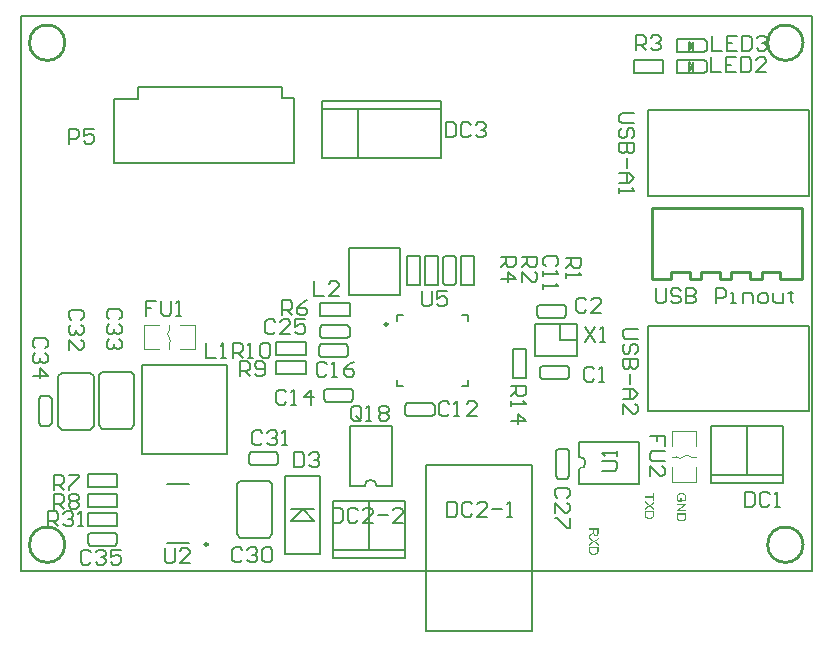
<source format=gto>
%FSLAX25Y25*%
%MOIN*%
G70*
G01*
G75*
%ADD10R,0.02756X0.03347*%
%ADD11R,0.04724X0.04331*%
%ADD12R,0.07874X0.07874*%
%ADD13O,0.08661X0.02362*%
%ADD14R,0.08071X0.09055*%
%ADD15O,0.05500X0.02500*%
%ADD16R,0.05500X0.02500*%
%ADD17R,0.04724X0.14567*%
%ADD18R,0.07559X0.25590*%
%ADD19R,0.06000X0.05000*%
%ADD20R,0.10630X0.03937*%
%ADD21O,0.00787X0.02559*%
%ADD22O,0.02559X0.00787*%
%ADD23R,0.15748X0.15748*%
%ADD24R,0.03347X0.02756*%
%ADD25O,0.02500X0.05500*%
%ADD26R,0.02500X0.05500*%
%ADD27R,0.05000X0.06000*%
%ADD28C,0.03000*%
%ADD29C,0.05000*%
%ADD30C,0.00600*%
%ADD31C,0.00800*%
%ADD32C,0.02000*%
%ADD33C,0.01000*%
%ADD34C,0.01500*%
%ADD35C,0.04000*%
%ADD36R,0.07284X0.19685*%
%ADD37R,0.06800X0.04000*%
%ADD38C,0.00500*%
%ADD39O,0.04724X0.06299*%
%ADD40R,0.04724X0.06299*%
%ADD41C,0.08661*%
%ADD42C,0.03150*%
%ADD43O,0.05906X0.09843*%
%ADD44R,0.05906X0.09843*%
%ADD45C,0.04724*%
%ADD46O,0.09252X0.07087*%
%ADD47O,0.05315X0.12205*%
%ADD48R,0.13386X0.04724*%
%ADD49R,0.04724X0.13386*%
%ADD50C,0.03000*%
%ADD51C,0.04000*%
%ADD52C,0.02000*%
%ADD53C,0.02598*%
%ADD54R,0.02362X0.02362*%
%ADD55R,0.15000X0.11400*%
%ADD56C,0.00984*%
%ADD57C,0.00394*%
%ADD58C,0.00591*%
%ADD59C,0.00787*%
G36*
X221903Y-166815D02*
Y-166818D01*
Y-166832D01*
Y-166850D01*
Y-166877D01*
Y-166909D01*
X221899Y-166944D01*
Y-166985D01*
X221896Y-167027D01*
X221892Y-167120D01*
X221882Y-167214D01*
X221872Y-167308D01*
X221861Y-167350D01*
X221854Y-167388D01*
Y-167391D01*
X221851Y-167402D01*
X221847Y-167415D01*
X221840Y-167433D01*
X221833Y-167457D01*
X221827Y-167485D01*
X221802Y-167551D01*
X221771Y-167624D01*
X221733Y-167700D01*
X221684Y-167780D01*
X221625Y-167856D01*
X221622Y-167859D01*
X221615Y-167867D01*
X221604Y-167880D01*
X221587Y-167898D01*
X221566Y-167919D01*
X221538Y-167943D01*
X221511Y-167971D01*
X221476Y-167998D01*
X221438Y-168030D01*
X221396Y-168061D01*
X221351Y-168092D01*
X221303Y-168123D01*
X221195Y-168182D01*
X221077Y-168234D01*
X221074D01*
X221063Y-168241D01*
X221042Y-168245D01*
X221018Y-168255D01*
X220987Y-168265D01*
X220949Y-168276D01*
X220907Y-168286D01*
X220858Y-168300D01*
X220803Y-168311D01*
X220744Y-168321D01*
X220681Y-168332D01*
X220615Y-168342D01*
X220546Y-168352D01*
X220473Y-168356D01*
X220317Y-168363D01*
X220255D01*
X220223Y-168359D01*
X220185D01*
X220144Y-168356D01*
X220098Y-168352D01*
X219998Y-168342D01*
X219890Y-168324D01*
X219779Y-168304D01*
X219668Y-168276D01*
X219665D01*
X219654Y-168272D01*
X219640Y-168265D01*
X219623Y-168262D01*
X219599Y-168252D01*
X219571Y-168241D01*
X219505Y-168217D01*
X219432Y-168186D01*
X219352Y-168148D01*
X219276Y-168106D01*
X219203Y-168057D01*
X219200D01*
X219196Y-168050D01*
X219186Y-168043D01*
X219172Y-168033D01*
X219141Y-168009D01*
X219099Y-167971D01*
X219051Y-167929D01*
X219002Y-167880D01*
X218957Y-167825D01*
X218912Y-167766D01*
Y-167762D01*
X218908Y-167759D01*
X218894Y-167738D01*
X218877Y-167703D01*
X218853Y-167658D01*
X218828Y-167603D01*
X218801Y-167537D01*
X218776Y-167461D01*
X218752Y-167381D01*
Y-167377D01*
X218749Y-167370D01*
Y-167360D01*
X218745Y-167342D01*
X218742Y-167322D01*
X218735Y-167294D01*
X218731Y-167266D01*
X218728Y-167235D01*
X218717Y-167159D01*
X218707Y-167072D01*
X218704Y-166975D01*
X218700Y-166871D01*
Y-165715D01*
X221903D01*
Y-166815D01*
D02*
G37*
G36*
Y-162915D02*
X219387Y-164598D01*
X221903D01*
Y-165004D01*
X218700D01*
Y-164567D01*
X221212Y-162887D01*
X218700D01*
Y-162481D01*
X221903D01*
Y-162915D01*
D02*
G37*
G36*
X192656Y-172173D02*
Y-172177D01*
Y-172191D01*
Y-172215D01*
Y-172243D01*
X192652Y-172281D01*
Y-172319D01*
X192649Y-172364D01*
X192645Y-172416D01*
X192635Y-172520D01*
X192618Y-172628D01*
X192597Y-172732D01*
X192583Y-172777D01*
X192569Y-172822D01*
Y-172826D01*
X192566Y-172833D01*
X192559Y-172843D01*
X192552Y-172860D01*
X192531Y-172902D01*
X192500Y-172951D01*
X192458Y-173010D01*
X192402Y-173069D01*
X192340Y-173128D01*
X192264Y-173180D01*
X192260D01*
X192253Y-173187D01*
X192243Y-173194D01*
X192226Y-173201D01*
X192205Y-173211D01*
X192180Y-173221D01*
X192153Y-173235D01*
X192121Y-173249D01*
X192049Y-173273D01*
X191969Y-173294D01*
X191878Y-173308D01*
X191781Y-173315D01*
X191747D01*
X191726Y-173311D01*
X191695Y-173308D01*
X191660Y-173305D01*
X191622Y-173298D01*
X191580Y-173287D01*
X191490Y-173259D01*
X191441Y-173242D01*
X191393Y-173221D01*
X191344Y-173197D01*
X191296Y-173166D01*
X191250Y-173131D01*
X191205Y-173093D01*
X191202Y-173090D01*
X191195Y-173082D01*
X191184Y-173069D01*
X191167Y-173051D01*
X191150Y-173027D01*
X191129Y-172999D01*
X191105Y-172965D01*
X191080Y-172923D01*
X191056Y-172878D01*
X191032Y-172829D01*
X191007Y-172774D01*
X190983Y-172711D01*
X190962Y-172645D01*
X190942Y-172572D01*
X190924Y-172493D01*
X190910Y-172409D01*
Y-172413D01*
X190907Y-172416D01*
X190896Y-172437D01*
X190879Y-172468D01*
X190858Y-172506D01*
X190834Y-172548D01*
X190810Y-172590D01*
X190779Y-172631D01*
X190751Y-172666D01*
X190747Y-172670D01*
X190744Y-172673D01*
X190733Y-172684D01*
X190719Y-172697D01*
X190702Y-172715D01*
X190681Y-172736D01*
X190633Y-172781D01*
X190570Y-172833D01*
X190497Y-172892D01*
X190414Y-172954D01*
X190324Y-173017D01*
X189453Y-173572D01*
Y-173041D01*
X190119Y-172617D01*
X190123Y-172614D01*
X190133Y-172611D01*
X190147Y-172600D01*
X190168Y-172586D01*
X190192Y-172572D01*
X190220Y-172552D01*
X190282Y-172510D01*
X190355Y-172461D01*
X190428Y-172413D01*
X190497Y-172361D01*
X190560Y-172312D01*
X190563D01*
X190567Y-172305D01*
X190584Y-172291D01*
X190612Y-172271D01*
X190643Y-172239D01*
X190678Y-172208D01*
X190713Y-172170D01*
X190747Y-172132D01*
X190771Y-172097D01*
X190775Y-172094D01*
X190782Y-172080D01*
X190792Y-172062D01*
X190806Y-172038D01*
X190820Y-172007D01*
X190834Y-171976D01*
X190848Y-171941D01*
X190858Y-171903D01*
Y-171899D01*
X190862Y-171889D01*
X190865Y-171871D01*
X190869Y-171847D01*
Y-171812D01*
X190872Y-171771D01*
X190876Y-171722D01*
Y-171667D01*
Y-171177D01*
X189453D01*
Y-170754D01*
X192656D01*
Y-172173D01*
D02*
G37*
G36*
X191112Y-174890D02*
X192656Y-173797D01*
Y-174301D01*
X191833Y-174887D01*
X191830Y-174890D01*
X191823Y-174894D01*
X191809Y-174904D01*
X191792Y-174918D01*
X191771Y-174932D01*
X191747Y-174949D01*
X191691Y-174987D01*
X191625Y-175029D01*
X191563Y-175071D01*
X191497Y-175112D01*
X191441Y-175144D01*
X191445D01*
X191448Y-175147D01*
X191459Y-175154D01*
X191472Y-175164D01*
X191504Y-175185D01*
X191549Y-175217D01*
X191604Y-175255D01*
X191667Y-175296D01*
X191733Y-175348D01*
X191802Y-175400D01*
X192656Y-176039D01*
Y-176500D01*
X191132Y-175387D01*
X189453Y-176587D01*
Y-176070D01*
X190595Y-175258D01*
X190598Y-175255D01*
X190612Y-175248D01*
X190629Y-175234D01*
X190657Y-175217D01*
X190685Y-175196D01*
X190716Y-175175D01*
X190789Y-175126D01*
X190785D01*
X190782Y-175123D01*
X190761Y-175109D01*
X190733Y-175092D01*
X190699Y-175067D01*
X190626Y-175015D01*
X190591Y-174995D01*
X190563Y-174974D01*
X189453Y-174162D01*
Y-173652D01*
X191112Y-174890D01*
D02*
G37*
G36*
X220366Y-158904D02*
X220407Y-158907D01*
X220456Y-158910D01*
X220511Y-158917D01*
X220570Y-158924D01*
X220636Y-158935D01*
X220706Y-158949D01*
X220851Y-158983D01*
X220928Y-159004D01*
X221004Y-159032D01*
X221080Y-159060D01*
X221157Y-159094D01*
X221160Y-159098D01*
X221174Y-159105D01*
X221195Y-159115D01*
X221223Y-159129D01*
X221257Y-159150D01*
X221296Y-159174D01*
X221337Y-159205D01*
X221386Y-159237D01*
X221434Y-159275D01*
X221483Y-159316D01*
X221532Y-159362D01*
X221584Y-159414D01*
X221632Y-159466D01*
X221677Y-159525D01*
X221722Y-159587D01*
X221761Y-159653D01*
X221764Y-159657D01*
X221767Y-159670D01*
X221778Y-159691D01*
X221792Y-159719D01*
X221806Y-159754D01*
X221823Y-159795D01*
X221840Y-159844D01*
X221861Y-159896D01*
X221879Y-159955D01*
X221896Y-160021D01*
X221913Y-160090D01*
X221927Y-160167D01*
X221941Y-160243D01*
X221951Y-160326D01*
X221955Y-160413D01*
X221958Y-160500D01*
Y-160503D01*
Y-160514D01*
Y-160534D01*
Y-160559D01*
X221955Y-160590D01*
X221951Y-160625D01*
X221948Y-160663D01*
X221944Y-160708D01*
X221931Y-160805D01*
X221910Y-160913D01*
X221882Y-161020D01*
X221844Y-161128D01*
Y-161131D01*
X221840Y-161142D01*
X221833Y-161155D01*
X221823Y-161173D01*
X221813Y-161197D01*
X221799Y-161225D01*
X221764Y-161287D01*
X221719Y-161360D01*
X221667Y-161433D01*
X221604Y-161503D01*
X221532Y-161568D01*
X221528Y-161572D01*
X221521Y-161575D01*
X221511Y-161582D01*
X221497Y-161596D01*
X221476Y-161607D01*
X221452Y-161624D01*
X221424Y-161641D01*
X221389Y-161659D01*
X221355Y-161679D01*
X221316Y-161697D01*
X221271Y-161718D01*
X221226Y-161739D01*
X221122Y-161777D01*
X221007Y-161811D01*
X220903Y-161426D01*
X220907D01*
X220914Y-161423D01*
X220928Y-161419D01*
X220945Y-161412D01*
X220962Y-161405D01*
X220987Y-161398D01*
X221042Y-161378D01*
X221105Y-161350D01*
X221167Y-161319D01*
X221230Y-161284D01*
X221285Y-161246D01*
X221292Y-161242D01*
X221309Y-161225D01*
X221334Y-161201D01*
X221368Y-161169D01*
X221403Y-161124D01*
X221441Y-161072D01*
X221476Y-161010D01*
X221511Y-160940D01*
Y-160937D01*
X221514Y-160930D01*
X221518Y-160919D01*
X221525Y-160906D01*
X221532Y-160888D01*
X221538Y-160864D01*
X221556Y-160812D01*
X221570Y-160746D01*
X221584Y-160673D01*
X221594Y-160590D01*
X221597Y-160503D01*
Y-160500D01*
Y-160489D01*
Y-160475D01*
Y-160455D01*
X221594Y-160430D01*
Y-160399D01*
X221590Y-160368D01*
X221587Y-160330D01*
X221577Y-160253D01*
X221559Y-160167D01*
X221538Y-160083D01*
X221507Y-160000D01*
Y-159996D01*
X221504Y-159990D01*
X221497Y-159979D01*
X221490Y-159965D01*
X221473Y-159927D01*
X221445Y-159879D01*
X221410Y-159823D01*
X221368Y-159767D01*
X221323Y-159708D01*
X221271Y-159657D01*
X221264Y-159650D01*
X221247Y-159636D01*
X221216Y-159611D01*
X221178Y-159584D01*
X221132Y-159552D01*
X221077Y-159518D01*
X221018Y-159486D01*
X220955Y-159459D01*
X220952D01*
X220942Y-159455D01*
X220928Y-159448D01*
X220903Y-159441D01*
X220876Y-159431D01*
X220845Y-159421D01*
X220806Y-159410D01*
X220765Y-159400D01*
X220720Y-159386D01*
X220668Y-159375D01*
X220560Y-159358D01*
X220439Y-159344D01*
X220310Y-159337D01*
X220268D01*
X220241Y-159341D01*
X220202D01*
X220161Y-159344D01*
X220112Y-159351D01*
X220060Y-159355D01*
X219946Y-159372D01*
X219828Y-159400D01*
X219706Y-159434D01*
X219592Y-159483D01*
X219588Y-159486D01*
X219578Y-159490D01*
X219564Y-159497D01*
X219543Y-159511D01*
X219522Y-159525D01*
X219495Y-159545D01*
X219432Y-159590D01*
X219363Y-159653D01*
X219290Y-159726D01*
X219224Y-159809D01*
X219193Y-159858D01*
X219165Y-159910D01*
Y-159913D01*
X219158Y-159924D01*
X219151Y-159938D01*
X219144Y-159958D01*
X219134Y-159986D01*
X219120Y-160017D01*
X219110Y-160052D01*
X219096Y-160090D01*
X219082Y-160132D01*
X219071Y-160180D01*
X219047Y-160281D01*
X219033Y-160392D01*
X219026Y-160510D01*
Y-160514D01*
Y-160524D01*
Y-160538D01*
X219030Y-160559D01*
Y-160583D01*
X219033Y-160611D01*
X219037Y-160642D01*
X219040Y-160680D01*
X219051Y-160760D01*
X219071Y-160850D01*
X219096Y-160947D01*
X219130Y-161045D01*
Y-161048D01*
X219134Y-161055D01*
X219141Y-161069D01*
X219148Y-161090D01*
X219158Y-161110D01*
X219172Y-161135D01*
X219200Y-161194D01*
X219234Y-161260D01*
X219273Y-161326D01*
X219311Y-161388D01*
X219356Y-161443D01*
X219956D01*
Y-160503D01*
X220334D01*
Y-161860D01*
X219144D01*
X219141Y-161856D01*
X219134Y-161846D01*
X219120Y-161829D01*
X219103Y-161804D01*
X219082Y-161777D01*
X219061Y-161742D01*
X219033Y-161704D01*
X219005Y-161662D01*
X218978Y-161617D01*
X218946Y-161565D01*
X218884Y-161457D01*
X218825Y-161339D01*
X218773Y-161214D01*
Y-161211D01*
X218766Y-161201D01*
X218762Y-161183D01*
X218752Y-161155D01*
X218745Y-161128D01*
X218735Y-161090D01*
X218721Y-161051D01*
X218710Y-161006D01*
X218700Y-160954D01*
X218686Y-160902D01*
X218669Y-160788D01*
X218655Y-160663D01*
X218648Y-160534D01*
Y-160527D01*
Y-160514D01*
Y-160489D01*
X218651Y-160455D01*
X218655Y-160413D01*
X218658Y-160364D01*
X218665Y-160309D01*
X218672Y-160250D01*
X218683Y-160187D01*
X218696Y-160118D01*
X218714Y-160049D01*
X218735Y-159972D01*
X218756Y-159899D01*
X218783Y-159827D01*
X218814Y-159750D01*
X218849Y-159677D01*
X218853Y-159674D01*
X218860Y-159660D01*
X218870Y-159639D01*
X218887Y-159615D01*
X218908Y-159584D01*
X218933Y-159545D01*
X218964Y-159504D01*
X218998Y-159459D01*
X219037Y-159414D01*
X219082Y-159365D01*
X219127Y-159316D01*
X219179Y-159268D01*
X219238Y-159223D01*
X219297Y-159178D01*
X219363Y-159133D01*
X219432Y-159094D01*
X219436Y-159091D01*
X219449Y-159087D01*
X219470Y-159077D01*
X219498Y-159063D01*
X219536Y-159049D01*
X219578Y-159032D01*
X219626Y-159014D01*
X219682Y-158997D01*
X219741Y-158980D01*
X219807Y-158963D01*
X219880Y-158945D01*
X219953Y-158931D01*
X220033Y-158917D01*
X220112Y-158907D01*
X220199Y-158904D01*
X220286Y-158900D01*
X220331D01*
X220366Y-158904D01*
D02*
G37*
G36*
X209659Y-162883D02*
X211203Y-161790D01*
Y-162293D01*
X210380Y-162880D01*
X210377Y-162883D01*
X210370Y-162886D01*
X210356Y-162897D01*
X210339Y-162911D01*
X210318Y-162925D01*
X210294Y-162942D01*
X210238Y-162980D01*
X210172Y-163022D01*
X210110Y-163063D01*
X210044Y-163105D01*
X209988Y-163136D01*
X209992D01*
X209995Y-163140D01*
X210006Y-163147D01*
X210019Y-163157D01*
X210051Y-163178D01*
X210096Y-163209D01*
X210151Y-163247D01*
X210214Y-163289D01*
X210280Y-163341D01*
X210349Y-163393D01*
X211203Y-164032D01*
Y-164493D01*
X209680Y-163379D01*
X208000Y-164580D01*
Y-164063D01*
X209142Y-163251D01*
X209145Y-163247D01*
X209159Y-163240D01*
X209176Y-163226D01*
X209204Y-163209D01*
X209232Y-163188D01*
X209263Y-163168D01*
X209336Y-163119D01*
X209332D01*
X209329Y-163115D01*
X209308Y-163101D01*
X209280Y-163084D01*
X209246Y-163060D01*
X209173Y-163008D01*
X209138Y-162987D01*
X209110Y-162966D01*
X208000Y-162154D01*
Y-161644D01*
X209659Y-162883D01*
D02*
G37*
G36*
X211203Y-161533D02*
X210825D01*
Y-160478D01*
X208000D01*
Y-160055D01*
X210825D01*
Y-159000D01*
X211203D01*
Y-161533D01*
D02*
G37*
G36*
X192656Y-178062D02*
Y-178065D01*
Y-178079D01*
Y-178097D01*
Y-178124D01*
Y-178156D01*
X192652Y-178190D01*
Y-178232D01*
X192649Y-178274D01*
X192645Y-178367D01*
X192635Y-178461D01*
X192624Y-178555D01*
X192614Y-178596D01*
X192607Y-178635D01*
Y-178638D01*
X192604Y-178648D01*
X192600Y-178662D01*
X192593Y-178680D01*
X192586Y-178704D01*
X192579Y-178732D01*
X192555Y-178798D01*
X192524Y-178870D01*
X192486Y-178947D01*
X192437Y-179027D01*
X192378Y-179103D01*
X192375Y-179106D01*
X192368Y-179113D01*
X192357Y-179127D01*
X192340Y-179145D01*
X192319Y-179165D01*
X192291Y-179190D01*
X192264Y-179218D01*
X192229Y-179245D01*
X192191Y-179277D01*
X192149Y-179308D01*
X192104Y-179339D01*
X192055Y-179370D01*
X191948Y-179429D01*
X191830Y-179481D01*
X191826D01*
X191816Y-179488D01*
X191795Y-179492D01*
X191771Y-179502D01*
X191740Y-179512D01*
X191701Y-179523D01*
X191660Y-179533D01*
X191611Y-179547D01*
X191556Y-179558D01*
X191497Y-179568D01*
X191434Y-179578D01*
X191368Y-179589D01*
X191299Y-179599D01*
X191226Y-179603D01*
X191070Y-179610D01*
X191007D01*
X190976Y-179606D01*
X190938D01*
X190896Y-179603D01*
X190851Y-179599D01*
X190751Y-179589D01*
X190643Y-179571D01*
X190532Y-179551D01*
X190421Y-179523D01*
X190418D01*
X190407Y-179519D01*
X190393Y-179512D01*
X190376Y-179509D01*
X190352Y-179499D01*
X190324Y-179488D01*
X190258Y-179464D01*
X190185Y-179433D01*
X190105Y-179394D01*
X190029Y-179353D01*
X189956Y-179304D01*
X189953D01*
X189949Y-179297D01*
X189939Y-179290D01*
X189925Y-179280D01*
X189894Y-179256D01*
X189852Y-179218D01*
X189803Y-179176D01*
X189755Y-179127D01*
X189710Y-179072D01*
X189665Y-179013D01*
Y-179009D01*
X189661Y-179006D01*
X189647Y-178985D01*
X189630Y-178950D01*
X189606Y-178905D01*
X189581Y-178850D01*
X189554Y-178784D01*
X189529Y-178707D01*
X189505Y-178628D01*
Y-178624D01*
X189502Y-178617D01*
Y-178607D01*
X189498Y-178589D01*
X189495Y-178569D01*
X189488Y-178541D01*
X189484Y-178513D01*
X189481Y-178482D01*
X189470Y-178405D01*
X189460Y-178319D01*
X189456Y-178222D01*
X189453Y-178118D01*
Y-176962D01*
X192656D01*
Y-178062D01*
D02*
G37*
G36*
X211203Y-166054D02*
Y-166058D01*
Y-166072D01*
Y-166089D01*
Y-166117D01*
Y-166148D01*
X211199Y-166183D01*
Y-166225D01*
X211196Y-166266D01*
X211192Y-166360D01*
X211182Y-166454D01*
X211172Y-166547D01*
X211161Y-166589D01*
X211154Y-166627D01*
Y-166630D01*
X211151Y-166641D01*
X211147Y-166655D01*
X211140Y-166672D01*
X211133Y-166697D01*
X211126Y-166724D01*
X211102Y-166790D01*
X211071Y-166863D01*
X211033Y-166939D01*
X210984Y-167019D01*
X210925Y-167095D01*
X210922Y-167099D01*
X210915Y-167106D01*
X210904Y-167120D01*
X210887Y-167137D01*
X210866Y-167158D01*
X210839Y-167182D01*
X210811Y-167210D01*
X210776Y-167238D01*
X210738Y-167269D01*
X210696Y-167300D01*
X210651Y-167332D01*
X210602Y-167363D01*
X210495Y-167422D01*
X210377Y-167474D01*
X210373D01*
X210363Y-167481D01*
X210342Y-167484D01*
X210318Y-167495D01*
X210287Y-167505D01*
X210249Y-167515D01*
X210207Y-167526D01*
X210158Y-167540D01*
X210103Y-167550D01*
X210044Y-167561D01*
X209981Y-167571D01*
X209915Y-167581D01*
X209846Y-167592D01*
X209773Y-167595D01*
X209617Y-167602D01*
X209555D01*
X209523Y-167599D01*
X209485D01*
X209443Y-167595D01*
X209398Y-167592D01*
X209298Y-167581D01*
X209190Y-167564D01*
X209079Y-167543D01*
X208968Y-167515D01*
X208965D01*
X208954Y-167512D01*
X208940Y-167505D01*
X208923Y-167501D01*
X208899Y-167491D01*
X208871Y-167481D01*
X208805Y-167456D01*
X208732Y-167425D01*
X208652Y-167387D01*
X208576Y-167345D01*
X208503Y-167297D01*
X208500D01*
X208496Y-167290D01*
X208486Y-167283D01*
X208472Y-167272D01*
X208441Y-167248D01*
X208399Y-167210D01*
X208350Y-167168D01*
X208302Y-167120D01*
X208257Y-167064D01*
X208212Y-167005D01*
Y-167002D01*
X208208Y-166998D01*
X208194Y-166978D01*
X208177Y-166943D01*
X208153Y-166898D01*
X208128Y-166842D01*
X208101Y-166776D01*
X208076Y-166700D01*
X208052Y-166620D01*
Y-166617D01*
X208049Y-166610D01*
Y-166599D01*
X208045Y-166582D01*
X208042Y-166561D01*
X208035Y-166533D01*
X208031Y-166506D01*
X208028Y-166474D01*
X208017Y-166398D01*
X208007Y-166311D01*
X208003Y-166214D01*
X208000Y-166110D01*
Y-164954D01*
X211203D01*
Y-166054D01*
D02*
G37*
%LPC*%
G36*
X192278Y-177385D02*
X189831D01*
Y-178069D01*
Y-178072D01*
Y-178083D01*
Y-178100D01*
Y-178121D01*
X189835Y-178149D01*
Y-178180D01*
X189838Y-178249D01*
X189845Y-178329D01*
X189856Y-178412D01*
X189869Y-178492D01*
X189887Y-178565D01*
Y-178569D01*
X189890Y-178572D01*
X189894Y-178583D01*
X189897Y-178596D01*
X189911Y-178628D01*
X189928Y-178669D01*
X189953Y-178714D01*
X189980Y-178763D01*
X190015Y-178812D01*
X190053Y-178853D01*
X190057Y-178857D01*
X190060Y-178860D01*
X190081Y-178877D01*
X190116Y-178905D01*
X190161Y-178940D01*
X190220Y-178975D01*
X190289Y-179013D01*
X190369Y-179051D01*
X190459Y-179086D01*
X190463D01*
X190470Y-179089D01*
X190483Y-179093D01*
X190504Y-179100D01*
X190529Y-179106D01*
X190560Y-179113D01*
X190595Y-179120D01*
X190633Y-179131D01*
X190674Y-179138D01*
X190723Y-179145D01*
X190771Y-179151D01*
X190827Y-179158D01*
X190945Y-179169D01*
X191077Y-179172D01*
X191126D01*
X191160Y-179169D01*
X191202D01*
X191250Y-179165D01*
X191302Y-179158D01*
X191361Y-179151D01*
X191486Y-179131D01*
X191615Y-179103D01*
X191736Y-179061D01*
X191795Y-179034D01*
X191847Y-179006D01*
X191851Y-179002D01*
X191858Y-178999D01*
X191872Y-178988D01*
X191892Y-178975D01*
X191913Y-178961D01*
X191937Y-178940D01*
X191993Y-178895D01*
X192055Y-178836D01*
X192114Y-178766D01*
X192170Y-178690D01*
X192191Y-178648D01*
X192212Y-178603D01*
Y-178600D01*
X192215Y-178596D01*
X192218Y-178586D01*
X192222Y-178572D01*
X192226Y-178551D01*
X192232Y-178530D01*
X192239Y-178503D01*
X192246Y-178471D01*
X192250Y-178437D01*
X192257Y-178395D01*
X192264Y-178350D01*
X192267Y-178301D01*
X192271Y-178246D01*
X192274Y-178187D01*
X192278Y-178124D01*
Y-178055D01*
Y-177385D01*
D02*
G37*
G36*
X210825Y-165378D02*
X208378D01*
Y-166061D01*
Y-166065D01*
Y-166075D01*
Y-166093D01*
Y-166113D01*
X208382Y-166141D01*
Y-166173D01*
X208385Y-166242D01*
X208392Y-166322D01*
X208402Y-166405D01*
X208416Y-166485D01*
X208434Y-166558D01*
Y-166561D01*
X208437Y-166565D01*
X208441Y-166575D01*
X208444Y-166589D01*
X208458Y-166620D01*
X208475Y-166662D01*
X208500Y-166707D01*
X208527Y-166755D01*
X208562Y-166804D01*
X208600Y-166846D01*
X208604Y-166849D01*
X208607Y-166853D01*
X208628Y-166870D01*
X208663Y-166898D01*
X208708Y-166932D01*
X208767Y-166967D01*
X208836Y-167005D01*
X208916Y-167043D01*
X209006Y-167078D01*
X209010D01*
X209017Y-167082D01*
X209031Y-167085D01*
X209051Y-167092D01*
X209076Y-167099D01*
X209107Y-167106D01*
X209142Y-167113D01*
X209180Y-167123D01*
X209221Y-167130D01*
X209270Y-167137D01*
X209319Y-167144D01*
X209374Y-167151D01*
X209492Y-167161D01*
X209624Y-167165D01*
X209672D01*
X209707Y-167161D01*
X209749D01*
X209798Y-167158D01*
X209850Y-167151D01*
X209909Y-167144D01*
X210033Y-167123D01*
X210162Y-167095D01*
X210283Y-167054D01*
X210342Y-167026D01*
X210394Y-166998D01*
X210398Y-166995D01*
X210405Y-166991D01*
X210419Y-166981D01*
X210439Y-166967D01*
X210460Y-166953D01*
X210485Y-166932D01*
X210540Y-166887D01*
X210602Y-166828D01*
X210662Y-166759D01*
X210717Y-166683D01*
X210738Y-166641D01*
X210759Y-166596D01*
Y-166592D01*
X210762Y-166589D01*
X210766Y-166578D01*
X210769Y-166565D01*
X210772Y-166544D01*
X210780Y-166523D01*
X210786Y-166495D01*
X210793Y-166464D01*
X210797Y-166429D01*
X210804Y-166388D01*
X210811Y-166342D01*
X210814Y-166294D01*
X210818Y-166238D01*
X210821Y-166179D01*
X210825Y-166117D01*
Y-166048D01*
Y-165378D01*
D02*
G37*
G36*
X221525Y-166138D02*
X219078D01*
Y-166822D01*
Y-166825D01*
Y-166836D01*
Y-166853D01*
Y-166874D01*
X219082Y-166902D01*
Y-166933D01*
X219085Y-167002D01*
X219092Y-167082D01*
X219103Y-167166D01*
X219116Y-167245D01*
X219134Y-167318D01*
Y-167322D01*
X219137Y-167325D01*
X219141Y-167336D01*
X219144Y-167350D01*
X219158Y-167381D01*
X219175Y-167422D01*
X219200Y-167467D01*
X219227Y-167516D01*
X219262Y-167565D01*
X219300Y-167606D01*
X219304Y-167610D01*
X219307Y-167613D01*
X219328Y-167631D01*
X219363Y-167658D01*
X219408Y-167693D01*
X219467Y-167728D01*
X219536Y-167766D01*
X219616Y-167804D01*
X219706Y-167839D01*
X219710D01*
X219717Y-167842D01*
X219731Y-167846D01*
X219751Y-167853D01*
X219776Y-167859D01*
X219807Y-167867D01*
X219842Y-167873D01*
X219880Y-167884D01*
X219921Y-167891D01*
X219970Y-167898D01*
X220019Y-167905D01*
X220074Y-167912D01*
X220192Y-167922D01*
X220324Y-167926D01*
X220373D01*
X220407Y-167922D01*
X220449D01*
X220497Y-167919D01*
X220550Y-167912D01*
X220608Y-167905D01*
X220733Y-167884D01*
X220862Y-167856D01*
X220983Y-167814D01*
X221042Y-167787D01*
X221094Y-167759D01*
X221098Y-167755D01*
X221105Y-167752D01*
X221119Y-167742D01*
X221139Y-167728D01*
X221160Y-167714D01*
X221184Y-167693D01*
X221240Y-167648D01*
X221303Y-167589D01*
X221361Y-167519D01*
X221417Y-167443D01*
X221438Y-167402D01*
X221459Y-167356D01*
Y-167353D01*
X221462Y-167350D01*
X221466Y-167339D01*
X221469Y-167325D01*
X221473Y-167304D01*
X221480Y-167283D01*
X221486Y-167256D01*
X221493Y-167225D01*
X221497Y-167190D01*
X221504Y-167148D01*
X221511Y-167103D01*
X221514Y-167054D01*
X221518Y-166999D01*
X221521Y-166940D01*
X221525Y-166877D01*
Y-166808D01*
Y-166138D01*
D02*
G37*
G36*
X192302Y-171177D02*
X191244D01*
Y-172087D01*
Y-172090D01*
Y-172100D01*
Y-172114D01*
Y-172135D01*
X191247Y-172160D01*
Y-172187D01*
X191250Y-172253D01*
X191257Y-172326D01*
X191268Y-172402D01*
X191282Y-172475D01*
X191302Y-172541D01*
Y-172545D01*
X191306Y-172548D01*
X191313Y-172569D01*
X191327Y-172597D01*
X191348Y-172635D01*
X191375Y-172673D01*
X191407Y-172715D01*
X191448Y-172756D01*
X191493Y-172791D01*
X191500Y-172794D01*
X191518Y-172805D01*
X191542Y-172819D01*
X191580Y-172836D01*
X191622Y-172850D01*
X191670Y-172864D01*
X191726Y-172874D01*
X191781Y-172878D01*
X191802D01*
X191820Y-172874D01*
X191837D01*
X191861Y-172871D01*
X191913Y-172857D01*
X191972Y-172836D01*
X192035Y-172808D01*
X192094Y-172767D01*
X192125Y-172739D01*
X192153Y-172711D01*
X192156Y-172708D01*
X192159Y-172704D01*
X192166Y-172694D01*
X192177Y-172680D01*
X192187Y-172663D01*
X192201Y-172638D01*
X192215Y-172614D01*
X192229Y-172583D01*
X192243Y-172548D01*
X192253Y-172510D01*
X192267Y-172468D01*
X192278Y-172423D01*
X192288Y-172371D01*
X192295Y-172316D01*
X192302Y-172257D01*
Y-172191D01*
Y-171177D01*
D02*
G37*
%LPD*%
D31*
X141700Y-35402D02*
Y-40400D01*
X144199D01*
X145032Y-39567D01*
Y-36235D01*
X144199Y-35402D01*
X141700D01*
X150031Y-36235D02*
X149198Y-35402D01*
X147531D01*
X146698Y-36235D01*
Y-39567D01*
X147531Y-40400D01*
X149198D01*
X150031Y-39567D01*
X151697Y-36235D02*
X152530Y-35402D01*
X154196D01*
X155029Y-36235D01*
Y-37068D01*
X154196Y-37901D01*
X153363D01*
X154196D01*
X155029Y-38734D01*
Y-39567D01*
X154196Y-40400D01*
X152530D01*
X151697Y-39567D01*
X16000Y-42500D02*
Y-37502D01*
X18499D01*
X19332Y-38335D01*
Y-40001D01*
X18499Y-40834D01*
X16000D01*
X24331Y-37502D02*
X20998D01*
Y-40001D01*
X22664Y-39168D01*
X23498D01*
X24331Y-40001D01*
Y-41667D01*
X23498Y-42500D01*
X21831D01*
X20998Y-41667D01*
X87300Y-99700D02*
Y-94702D01*
X89799D01*
X90632Y-95535D01*
Y-97201D01*
X89799Y-98034D01*
X87300D01*
X88966D02*
X90632Y-99700D01*
X95631Y-94702D02*
X93964Y-95535D01*
X92298Y-97201D01*
Y-98867D01*
X93131Y-99700D01*
X94798D01*
X95631Y-98867D01*
Y-98034D01*
X94798Y-97201D01*
X92298D01*
X73100Y-120100D02*
Y-115102D01*
X75599D01*
X76432Y-115935D01*
Y-117601D01*
X75599Y-118434D01*
X73100D01*
X74766D02*
X76432Y-120100D01*
X78098Y-119267D02*
X78931Y-120100D01*
X80598D01*
X81431Y-119267D01*
Y-115935D01*
X80598Y-115102D01*
X78931D01*
X78098Y-115935D01*
Y-116768D01*
X78931Y-117601D01*
X81431D01*
X70800Y-113900D02*
Y-108902D01*
X73299D01*
X74132Y-109735D01*
Y-111401D01*
X73299Y-112234D01*
X70800D01*
X72466D02*
X74132Y-113900D01*
X75798D02*
X77464D01*
X76631D01*
Y-108902D01*
X75798Y-109735D01*
X79964D02*
X80797Y-108902D01*
X82463D01*
X83296Y-109735D01*
Y-113067D01*
X82463Y-113900D01*
X80797D01*
X79964Y-113067D01*
Y-109735D01*
X188300Y-103502D02*
X191632Y-108500D01*
Y-103502D02*
X188300Y-108500D01*
X193298D02*
X194965D01*
X194131D01*
Y-103502D01*
X193298Y-104335D01*
X211800Y-90702D02*
Y-94867D01*
X212633Y-95700D01*
X214299D01*
X215132Y-94867D01*
Y-90702D01*
X220131Y-91535D02*
X219298Y-90702D01*
X217631D01*
X216798Y-91535D01*
Y-92368D01*
X217631Y-93201D01*
X219298D01*
X220131Y-94034D01*
Y-94867D01*
X219298Y-95700D01*
X217631D01*
X216798Y-94867D01*
X221797Y-90702D02*
Y-95700D01*
X224296D01*
X225129Y-94867D01*
Y-94034D01*
X224296Y-93201D01*
X221797D01*
X224296D01*
X225129Y-92368D01*
Y-91535D01*
X224296Y-90702D01*
X221797D01*
X231793Y-95700D02*
Y-90702D01*
X234293D01*
X235126Y-91535D01*
Y-93201D01*
X234293Y-94034D01*
X231793D01*
X236792Y-95700D02*
X238458D01*
X237625D01*
Y-92368D01*
X236792D01*
X240957Y-95700D02*
Y-92368D01*
X243456D01*
X244289Y-93201D01*
Y-95700D01*
X246789D02*
X248455D01*
X249288Y-94867D01*
Y-93201D01*
X248455Y-92368D01*
X246789D01*
X245956Y-93201D01*
Y-94867D01*
X246789Y-95700D01*
X250954Y-92368D02*
Y-94867D01*
X251787Y-95700D01*
X254286D01*
Y-92368D01*
X256785Y-91535D02*
Y-92368D01*
X255952D01*
X257618D01*
X256785D01*
Y-94867D01*
X257618Y-95700D01*
X204598Y-32300D02*
X200433D01*
X199600Y-33133D01*
Y-34799D01*
X200433Y-35632D01*
X204598D01*
X203765Y-40631D02*
X204598Y-39798D01*
Y-38131D01*
X203765Y-37298D01*
X202932D01*
X202099Y-38131D01*
Y-39798D01*
X201266Y-40631D01*
X200433D01*
X199600Y-39798D01*
Y-38131D01*
X200433Y-37298D01*
X204598Y-42297D02*
X199600D01*
Y-44796D01*
X200433Y-45629D01*
X201266D01*
X202099Y-44796D01*
Y-42297D01*
Y-44796D01*
X202932Y-45629D01*
X203765D01*
X204598Y-44796D01*
Y-42297D01*
X202099Y-47295D02*
Y-50627D01*
X199600Y-52293D02*
X202932D01*
X204598Y-53960D01*
X202932Y-55626D01*
X199600D01*
X202099D01*
Y-52293D01*
X199600Y-57292D02*
Y-58958D01*
Y-58125D01*
X204598D01*
X203765Y-57292D01*
X142300Y-161802D02*
Y-166800D01*
X144799D01*
X145632Y-165967D01*
Y-162635D01*
X144799Y-161802D01*
X142300D01*
X150631Y-162635D02*
X149798Y-161802D01*
X148131D01*
X147298Y-162635D01*
Y-165967D01*
X148131Y-166800D01*
X149798D01*
X150631Y-165967D01*
X155629Y-166800D02*
X152297D01*
X155629Y-163468D01*
Y-162635D01*
X154796Y-161802D01*
X153130D01*
X152297Y-162635D01*
X157295Y-164301D02*
X160627D01*
X162294Y-166800D02*
X163960D01*
X163127D01*
Y-161802D01*
X162294Y-162635D01*
X91200Y-145302D02*
Y-150300D01*
X93699D01*
X94532Y-149467D01*
Y-146135D01*
X93699Y-145302D01*
X91200D01*
X96198Y-146135D02*
X97031Y-145302D01*
X98698D01*
X99531Y-146135D01*
Y-146968D01*
X98698Y-147801D01*
X97865D01*
X98698D01*
X99531Y-148634D01*
Y-149467D01*
X98698Y-150300D01*
X97031D01*
X96198Y-149467D01*
X48100Y-177402D02*
Y-181567D01*
X48933Y-182400D01*
X50599D01*
X51432Y-181567D01*
Y-177402D01*
X56431Y-182400D02*
X53098D01*
X56431Y-179068D01*
Y-178235D01*
X55598Y-177402D01*
X53931D01*
X53098Y-178235D01*
X113632Y-133967D02*
Y-130635D01*
X112799Y-129802D01*
X111133D01*
X110300Y-130635D01*
Y-133967D01*
X111133Y-134800D01*
X112799D01*
X111966Y-133134D02*
X113632Y-134800D01*
X112799D02*
X113632Y-133967D01*
X115298Y-134800D02*
X116964D01*
X116131D01*
Y-129802D01*
X115298Y-130635D01*
X119464D02*
X120297Y-129802D01*
X121963D01*
X122796Y-130635D01*
Y-131468D01*
X121963Y-132301D01*
X122796Y-133134D01*
Y-133967D01*
X121963Y-134800D01*
X120297D01*
X119464Y-133967D01*
Y-133134D01*
X120297Y-132301D01*
X119464Y-131468D01*
Y-130635D01*
X120297Y-132301D02*
X121963D01*
X241400Y-158502D02*
Y-163500D01*
X243899D01*
X244732Y-162667D01*
Y-159335D01*
X243899Y-158502D01*
X241400D01*
X249731Y-159335D02*
X248898Y-158502D01*
X247231D01*
X246398Y-159335D01*
Y-162667D01*
X247231Y-163500D01*
X248898D01*
X249731Y-162667D01*
X251397Y-163500D02*
X253063D01*
X252230D01*
Y-158502D01*
X251397Y-159335D01*
X230200Y-13702D02*
Y-18700D01*
X233532D01*
X238531Y-13702D02*
X235198D01*
Y-18700D01*
X238531D01*
X235198Y-16201D02*
X236864D01*
X240197Y-13702D02*
Y-18700D01*
X242696D01*
X243529Y-17867D01*
Y-14535D01*
X242696Y-13702D01*
X240197D01*
X248527Y-18700D02*
X245195D01*
X248527Y-15368D01*
Y-14535D01*
X247694Y-13702D01*
X246028D01*
X245195Y-14535D01*
X97700Y-88302D02*
Y-93300D01*
X101032D01*
X106031D02*
X102698D01*
X106031Y-89968D01*
Y-89135D01*
X105198Y-88302D01*
X103531D01*
X102698Y-89135D01*
X61800Y-109102D02*
Y-114100D01*
X65132D01*
X66798D02*
X68464D01*
X67631D01*
Y-109102D01*
X66798Y-109935D01*
X45182Y-94952D02*
X41850D01*
Y-97451D01*
X43516D01*
X41850D01*
Y-99950D01*
X46848Y-94952D02*
Y-99117D01*
X47681Y-99950D01*
X49348D01*
X50181Y-99117D01*
Y-94952D01*
X51847Y-99950D02*
X53513D01*
X52680D01*
Y-94952D01*
X51847Y-95785D01*
X73932Y-177835D02*
X73099Y-177002D01*
X71433D01*
X70600Y-177835D01*
Y-181167D01*
X71433Y-182000D01*
X73099D01*
X73932Y-181167D01*
X75598Y-177835D02*
X76431Y-177002D01*
X78098D01*
X78931Y-177835D01*
Y-178668D01*
X78098Y-179501D01*
X77264D01*
X78098D01*
X78931Y-180334D01*
Y-181167D01*
X78098Y-182000D01*
X76431D01*
X75598Y-181167D01*
X80597Y-177835D02*
X81430Y-177002D01*
X83096D01*
X83929Y-177835D01*
Y-181167D01*
X83096Y-182000D01*
X81430D01*
X80597Y-181167D01*
Y-177835D01*
X188632Y-94635D02*
X187799Y-93802D01*
X186133D01*
X185300Y-94635D01*
Y-97967D01*
X186133Y-98800D01*
X187799D01*
X188632Y-97967D01*
X193631Y-98800D02*
X190298D01*
X193631Y-95468D01*
Y-94635D01*
X192798Y-93802D01*
X191131D01*
X190298Y-94635D01*
X191232Y-117635D02*
X190399Y-116802D01*
X188733D01*
X187900Y-117635D01*
Y-120967D01*
X188733Y-121800D01*
X190399D01*
X191232Y-120967D01*
X192898Y-121800D02*
X194564D01*
X193731D01*
Y-116802D01*
X192898Y-117635D01*
X133740Y-91661D02*
Y-95826D01*
X134574Y-96659D01*
X136240D01*
X137073Y-95826D01*
Y-91661D01*
X142071D02*
X138739D01*
Y-94160D01*
X140405Y-93327D01*
X141238D01*
X142071Y-94160D01*
Y-95826D01*
X141238Y-96659D01*
X139572D01*
X138739Y-95826D01*
X178365Y-83432D02*
X179198Y-82599D01*
Y-80933D01*
X178365Y-80100D01*
X175033D01*
X174200Y-80933D01*
Y-82599D01*
X175033Y-83432D01*
X174200Y-85098D02*
Y-86765D01*
Y-85931D01*
X179198D01*
X178365Y-85098D01*
X174200Y-89264D02*
Y-90930D01*
Y-90097D01*
X179198D01*
X178365Y-89264D01*
X142932Y-129135D02*
X142099Y-128302D01*
X140433D01*
X139600Y-129135D01*
Y-132467D01*
X140433Y-133300D01*
X142099D01*
X142932Y-132467D01*
X144598Y-133300D02*
X146265D01*
X145431D01*
Y-128302D01*
X144598Y-129135D01*
X152096Y-133300D02*
X148764D01*
X152096Y-129968D01*
Y-129135D01*
X151263Y-128302D01*
X149597D01*
X148764Y-129135D01*
X88532Y-125335D02*
X87699Y-124502D01*
X86033D01*
X85200Y-125335D01*
Y-128667D01*
X86033Y-129500D01*
X87699D01*
X88532Y-128667D01*
X90198Y-129500D02*
X91865D01*
X91031D01*
Y-124502D01*
X90198Y-125335D01*
X96863Y-129500D02*
Y-124502D01*
X94364Y-127001D01*
X97696D01*
X102032Y-116035D02*
X101199Y-115202D01*
X99533D01*
X98700Y-116035D01*
Y-119367D01*
X99533Y-120200D01*
X101199D01*
X102032Y-119367D01*
X103698Y-120200D02*
X105365D01*
X104531D01*
Y-115202D01*
X103698Y-116035D01*
X111196Y-115202D02*
X109530Y-116035D01*
X107864Y-117701D01*
Y-119367D01*
X108697Y-120200D01*
X110363D01*
X111196Y-119367D01*
Y-118534D01*
X110363Y-117701D01*
X107864D01*
X84932Y-101935D02*
X84099Y-101102D01*
X82433D01*
X81600Y-101935D01*
Y-105267D01*
X82433Y-106100D01*
X84099D01*
X84932Y-105267D01*
X89931Y-106100D02*
X86598D01*
X89931Y-102768D01*
Y-101935D01*
X89098Y-101102D01*
X87431D01*
X86598Y-101935D01*
X94929Y-101102D02*
X91597D01*
Y-103601D01*
X93263Y-102768D01*
X94096D01*
X94929Y-103601D01*
Y-105267D01*
X94096Y-106100D01*
X92430D01*
X91597Y-105267D01*
X182265Y-160532D02*
X183098Y-159699D01*
Y-158033D01*
X182265Y-157200D01*
X178933D01*
X178100Y-158033D01*
Y-159699D01*
X178933Y-160532D01*
X178100Y-165531D02*
Y-162198D01*
X181432Y-165531D01*
X182265D01*
X183098Y-164698D01*
Y-163031D01*
X182265Y-162198D01*
X183098Y-167197D02*
Y-170529D01*
X182265D01*
X178933Y-167197D01*
X178100D01*
X80532Y-138835D02*
X79699Y-138002D01*
X78033D01*
X77200Y-138835D01*
Y-142167D01*
X78033Y-143000D01*
X79699D01*
X80532Y-142167D01*
X82198Y-138835D02*
X83031Y-138002D01*
X84698D01*
X85531Y-138835D01*
Y-139668D01*
X84698Y-140501D01*
X83864D01*
X84698D01*
X85531Y-141334D01*
Y-142167D01*
X84698Y-143000D01*
X83031D01*
X82198Y-142167D01*
X87197Y-143000D02*
X88863D01*
X88030D01*
Y-138002D01*
X87197Y-138835D01*
X20165Y-101132D02*
X20998Y-100299D01*
Y-98633D01*
X20165Y-97800D01*
X16833D01*
X16000Y-98633D01*
Y-100299D01*
X16833Y-101132D01*
X20165Y-102798D02*
X20998Y-103631D01*
Y-105298D01*
X20165Y-106131D01*
X19332D01*
X18499Y-105298D01*
Y-104464D01*
Y-105298D01*
X17666Y-106131D01*
X16833D01*
X16000Y-105298D01*
Y-103631D01*
X16833Y-102798D01*
X16000Y-111129D02*
Y-107797D01*
X19332Y-111129D01*
X20165D01*
X20998Y-110296D01*
Y-108630D01*
X20165Y-107797D01*
X32965Y-101032D02*
X33798Y-100199D01*
Y-98533D01*
X32965Y-97700D01*
X29633D01*
X28800Y-98533D01*
Y-100199D01*
X29633Y-101032D01*
X32965Y-102698D02*
X33798Y-103531D01*
Y-105198D01*
X32965Y-106031D01*
X32132D01*
X31299Y-105198D01*
Y-104365D01*
Y-105198D01*
X30466Y-106031D01*
X29633D01*
X28800Y-105198D01*
Y-103531D01*
X29633Y-102698D01*
X32965Y-107697D02*
X33798Y-108530D01*
Y-110196D01*
X32965Y-111029D01*
X32132D01*
X31299Y-110196D01*
Y-109363D01*
Y-110196D01*
X30466Y-111029D01*
X29633D01*
X28800Y-110196D01*
Y-108530D01*
X29633Y-107697D01*
X8165Y-110732D02*
X8998Y-109899D01*
Y-108233D01*
X8165Y-107400D01*
X4833D01*
X4000Y-108233D01*
Y-109899D01*
X4833Y-110732D01*
X8165Y-112398D02*
X8998Y-113231D01*
Y-114898D01*
X8165Y-115731D01*
X7332D01*
X6499Y-114898D01*
Y-114065D01*
Y-114898D01*
X5666Y-115731D01*
X4833D01*
X4000Y-114898D01*
Y-113231D01*
X4833Y-112398D01*
X4000Y-119896D02*
X8998D01*
X6499Y-117397D01*
Y-120729D01*
X23432Y-178735D02*
X22599Y-177902D01*
X20933D01*
X20100Y-178735D01*
Y-182067D01*
X20933Y-182900D01*
X22599D01*
X23432Y-182067D01*
X25098Y-178735D02*
X25931Y-177902D01*
X27598D01*
X28431Y-178735D01*
Y-179568D01*
X27598Y-180401D01*
X26765D01*
X27598D01*
X28431Y-181234D01*
Y-182067D01*
X27598Y-182900D01*
X25931D01*
X25098Y-182067D01*
X33429Y-177902D02*
X30097D01*
Y-180401D01*
X31763Y-179568D01*
X32596D01*
X33429Y-180401D01*
Y-182067D01*
X32596Y-182900D01*
X30930D01*
X30097Y-182067D01*
X214784Y-143350D02*
Y-140018D01*
X212285D01*
Y-141684D01*
Y-140018D01*
X209786D01*
X214784Y-145017D02*
X210619D01*
X209786Y-145850D01*
Y-147516D01*
X210619Y-148349D01*
X214784D01*
X209786Y-153347D02*
Y-150015D01*
X213118Y-153347D01*
X213951D01*
X214784Y-152514D01*
Y-150848D01*
X213951Y-150015D01*
X230400Y-6602D02*
Y-11600D01*
X233732D01*
X238731Y-6602D02*
X235398D01*
Y-11600D01*
X238731D01*
X235398Y-9101D02*
X237065D01*
X240397Y-6602D02*
Y-11600D01*
X242896D01*
X243729Y-10767D01*
Y-7435D01*
X242896Y-6602D01*
X240397D01*
X245395Y-7435D02*
X246228Y-6602D01*
X247894D01*
X248727Y-7435D01*
Y-8268D01*
X247894Y-9101D01*
X247061D01*
X247894D01*
X248727Y-9934D01*
Y-10767D01*
X247894Y-11600D01*
X246228D01*
X245395Y-10767D01*
X104055Y-163902D02*
Y-168900D01*
X106554D01*
X107387Y-168067D01*
Y-164735D01*
X106554Y-163902D01*
X104055D01*
X112386Y-164735D02*
X111553Y-163902D01*
X109887D01*
X109054Y-164735D01*
Y-168067D01*
X109887Y-168900D01*
X111553D01*
X112386Y-168067D01*
X117384Y-168900D02*
X114052D01*
X117384Y-165568D01*
Y-164735D01*
X116551Y-163902D01*
X114885D01*
X114052Y-164735D01*
X119050Y-166401D02*
X122382D01*
X127381Y-168900D02*
X124049D01*
X127381Y-165568D01*
Y-164735D01*
X126548Y-163902D01*
X124882D01*
X124049Y-164735D01*
X181900Y-80500D02*
X186898D01*
Y-82999D01*
X186065Y-83832D01*
X184399D01*
X183566Y-82999D01*
Y-80500D01*
Y-82166D02*
X181900Y-83832D01*
Y-85498D02*
Y-87164D01*
Y-86331D01*
X186898D01*
X186065Y-85498D01*
X167200Y-80200D02*
X172198D01*
Y-82699D01*
X171365Y-83532D01*
X169699D01*
X168866Y-82699D01*
Y-80200D01*
Y-81866D02*
X167200Y-83532D01*
Y-88531D02*
Y-85198D01*
X170532Y-88531D01*
X171365D01*
X172198Y-87698D01*
Y-86031D01*
X171365Y-85198D01*
X205050Y-11350D02*
Y-6352D01*
X207549D01*
X208382Y-7185D01*
Y-8851D01*
X207549Y-9684D01*
X205050D01*
X206716D02*
X208382Y-11350D01*
X210048Y-7185D02*
X210881Y-6352D01*
X212548D01*
X213381Y-7185D01*
Y-8018D01*
X212548Y-8851D01*
X211715D01*
X212548D01*
X213381Y-9684D01*
Y-10517D01*
X212548Y-11350D01*
X210881D01*
X210048Y-10517D01*
X160100Y-80200D02*
X165098D01*
Y-82699D01*
X164265Y-83532D01*
X162599D01*
X161766Y-82699D01*
Y-80200D01*
Y-81866D02*
X160100Y-83532D01*
Y-87698D02*
X165098D01*
X162599Y-85198D01*
Y-88531D01*
X11100Y-157800D02*
Y-152802D01*
X13599D01*
X14432Y-153635D01*
Y-155301D01*
X13599Y-156134D01*
X11100D01*
X12766D02*
X14432Y-157800D01*
X16098Y-152802D02*
X19431D01*
Y-153635D01*
X16098Y-156967D01*
Y-157800D01*
X11000Y-164200D02*
Y-159202D01*
X13499D01*
X14332Y-160035D01*
Y-161701D01*
X13499Y-162534D01*
X11000D01*
X12666D02*
X14332Y-164200D01*
X15998Y-160035D02*
X16831Y-159202D01*
X18498D01*
X19331Y-160035D01*
Y-160868D01*
X18498Y-161701D01*
X19331Y-162534D01*
Y-163367D01*
X18498Y-164200D01*
X16831D01*
X15998Y-163367D01*
Y-162534D01*
X16831Y-161701D01*
X15998Y-160868D01*
Y-160035D01*
X16831Y-161701D02*
X18498D01*
X163400Y-123400D02*
X168398D01*
Y-125899D01*
X167565Y-126732D01*
X165899D01*
X165066Y-125899D01*
Y-123400D01*
Y-125066D02*
X163400Y-126732D01*
Y-128398D02*
Y-130064D01*
Y-129231D01*
X168398D01*
X167565Y-128398D01*
X163400Y-135063D02*
X168398D01*
X165899Y-132564D01*
Y-135896D01*
X9200Y-170100D02*
Y-165102D01*
X11699D01*
X12532Y-165935D01*
Y-167601D01*
X11699Y-168434D01*
X9200D01*
X10866D02*
X12532Y-170100D01*
X14198Y-165935D02*
X15031Y-165102D01*
X16698D01*
X17531Y-165935D01*
Y-166768D01*
X16698Y-167601D01*
X15865D01*
X16698D01*
X17531Y-168434D01*
Y-169267D01*
X16698Y-170100D01*
X15031D01*
X14198Y-169267D01*
X19197Y-170100D02*
X20863D01*
X20030D01*
Y-165102D01*
X19197Y-165935D01*
X193902Y-151500D02*
X198067D01*
X198900Y-150667D01*
Y-149001D01*
X198067Y-148168D01*
X193902D01*
X198900Y-146502D02*
Y-144835D01*
Y-145669D01*
X193902D01*
X194735Y-146502D01*
X205798Y-104200D02*
X201633D01*
X200800Y-105033D01*
Y-106699D01*
X201633Y-107532D01*
X205798D01*
X204965Y-112531D02*
X205798Y-111698D01*
Y-110031D01*
X204965Y-109198D01*
X204132D01*
X203299Y-110031D01*
Y-111698D01*
X202466Y-112531D01*
X201633D01*
X200800Y-111698D01*
Y-110031D01*
X201633Y-109198D01*
X205798Y-114197D02*
X200800D01*
Y-116696D01*
X201633Y-117529D01*
X202466D01*
X203299Y-116696D01*
Y-114197D01*
Y-116696D01*
X204132Y-117529D01*
X204965D01*
X205798Y-116696D01*
Y-114197D01*
X203299Y-119195D02*
Y-122527D01*
X200800Y-124194D02*
X204132D01*
X205798Y-125860D01*
X204132Y-127526D01*
X200800D01*
X203299D01*
Y-124194D01*
X200800Y-132524D02*
Y-129192D01*
X204132Y-132524D01*
X204965D01*
X205798Y-131691D01*
Y-130025D01*
X204965Y-129192D01*
D33*
X247008Y-85280D02*
X253307D01*
Y-87643D02*
Y-85280D01*
X253150Y-87643D02*
Y-85280D01*
X247008Y-87643D02*
Y-85280D01*
X243150Y-87643D02*
X247008D01*
X243150D02*
Y-85280D01*
X236850D02*
X243150D01*
X236850Y-87643D02*
Y-85280D01*
X233150Y-87643D02*
X236850D01*
X233150D02*
Y-85280D01*
X226850Y-87643D02*
Y-85280D01*
X223150Y-87643D02*
X226850D01*
X223150D02*
Y-85280D01*
X216850D02*
X223150D01*
X216850Y-87643D02*
Y-85280D01*
X210394Y-87643D02*
X216693D01*
X210394Y-64020D02*
X260400D01*
X210394Y-87643D02*
Y-64020D01*
X226850Y-85280D02*
X233150D01*
X253150Y-87643D02*
X260400D01*
Y-64020D01*
X14764Y-8858D02*
G03*
X14764Y-8858I-5906J0D01*
G01*
Y-176181D02*
G03*
X14764Y-176181I-5906J0D01*
G01*
X260827Y-8858D02*
G03*
X260827Y-8858I-5906J0D01*
G01*
Y-176181D02*
G03*
X260827Y-176181I-5906J0D01*
G01*
D38*
X118681Y-156600D02*
G03*
X114681Y-156600I-2000J0D01*
G01*
X186300Y-150881D02*
G03*
X186300Y-146881I0J2000D01*
G01*
X100629Y-47214D02*
X140200D01*
X100629D02*
Y-28317D01*
X140200D01*
X100629Y-30876D02*
X140200D01*
X112637Y-47214D02*
Y-30876D01*
X140200Y-47214D02*
Y-28317D01*
X91043Y-48800D02*
Y-27147D01*
X31200Y-48800D02*
Y-27540D01*
X87106Y-27147D02*
X91043D01*
X31200Y-27540D02*
X39074D01*
X87106Y-27147D02*
Y-23603D01*
X39074Y-27540D02*
Y-23603D01*
X31200Y-48800D02*
X91043D01*
X39074Y-23603D02*
X87106D01*
X99826Y-99865D02*
Y-95535D01*
X109669Y-99865D02*
Y-95535D01*
X99826D02*
X109669D01*
X99826Y-99865D02*
X109669D01*
X85226Y-119365D02*
Y-115035D01*
X95069Y-119365D02*
Y-115035D01*
X85226D02*
X95069D01*
X85226Y-119365D02*
X95069D01*
X95074Y-112965D02*
Y-108635D01*
X85232Y-112965D02*
Y-108635D01*
Y-112965D02*
X95074D01*
X85232Y-108635D02*
X95074D01*
X209300Y-31453D02*
X262647D01*
Y-59800D02*
Y-31453D01*
X209300Y-59800D02*
Y-31453D01*
Y-59800D02*
X262647D01*
X170504Y-204900D02*
Y-149782D01*
X135071D02*
X170504D01*
X135071Y-204900D02*
X170504D01*
X135071D02*
Y-149782D01*
X88095Y-179218D02*
X99906D01*
Y-153234D01*
X88095D02*
X99906D01*
X88095Y-179218D02*
Y-153234D01*
X90063Y-168194D02*
X97937D01*
X90063Y-164258D02*
X97937D01*
X90063Y-168194D02*
X94000Y-164258D01*
X97937Y-168194D01*
X109681Y-156600D02*
X114681D01*
X118681D02*
X123681D01*
X109681Y-136600D02*
X123681D01*
X109681Y-156600D02*
Y-136600D01*
X123681Y-156600D02*
Y-136600D01*
X230055Y-136686D02*
X254071D01*
Y-155584D02*
Y-136686D01*
X230055Y-155584D02*
X254071D01*
X230055Y-153024D02*
X254071D01*
X242063D02*
Y-136686D01*
X230055Y-155584D02*
Y-136686D01*
X227942Y-14657D02*
X228729Y-15444D01*
X222922Y-16822D02*
X224300D01*
X222922Y-18200D02*
X224300Y-16822D01*
X222922Y-15444D02*
X224300Y-16822D01*
X222922Y-18200D02*
Y-15444D01*
X224300Y-18200D02*
Y-15444D01*
X227942Y-18987D02*
X228729Y-18200D01*
X218887Y-14657D02*
X227942D01*
X228729Y-18200D02*
Y-15444D01*
X218887Y-18987D02*
X227942D01*
X218887D02*
Y-14657D01*
X109600Y-77252D02*
X126600D01*
Y-93000D02*
Y-77252D01*
X109600Y-93000D02*
Y-77252D01*
Y-93000D02*
X126600D01*
X40354Y-145900D02*
Y-116372D01*
X68700D01*
Y-145900D02*
Y-116372D01*
X40354Y-145900D02*
X68700D01*
X73276Y-173945D02*
X82724D01*
X73276Y-154850D02*
X82724D01*
X72095Y-172764D02*
X73276Y-173945D01*
X82724D02*
X83906Y-172764D01*
X82724Y-154850D02*
X83906Y-156032D01*
X72095D02*
X73276Y-154850D01*
X83906Y-172764D02*
Y-156032D01*
X72095Y-172764D02*
Y-156032D01*
X172126Y-99678D02*
X172913Y-100465D01*
X172126Y-96922D02*
X172913Y-96135D01*
X181181D02*
X181968Y-96922D01*
X181181Y-100465D02*
X181968Y-99678D01*
X172913Y-100465D02*
X181181D01*
X181968Y-99678D02*
Y-96922D01*
X172126Y-99678D02*
Y-96922D01*
X172913Y-96135D02*
X181181D01*
X173126Y-120178D02*
X173913Y-120965D01*
X173126Y-117422D02*
X173913Y-116635D01*
X182181D02*
X182968Y-117422D01*
X182181Y-120965D02*
X182968Y-120178D01*
X173913Y-120965D02*
X182181D01*
X182968Y-120178D02*
Y-117422D01*
X173126Y-120178D02*
Y-117422D01*
X173913Y-116635D02*
X182181D01*
X99326Y-112878D02*
X100113Y-113665D01*
X99326Y-110122D02*
X100113Y-109335D01*
X108381D02*
X109169Y-110122D01*
X108381Y-113665D02*
X109169Y-112878D01*
X100113Y-113665D02*
X108381D01*
X109169Y-112878D02*
Y-110122D01*
X99326Y-112878D02*
Y-110122D01*
X100113Y-109335D02*
X108381D01*
X99826Y-106578D02*
X100613Y-107365D01*
X99826Y-103822D02*
X100613Y-103035D01*
X108881D02*
X109669Y-103822D01*
X108881Y-107365D02*
X109669Y-106578D01*
X100613Y-107365D02*
X108881D01*
X109669Y-106578D02*
Y-103822D01*
X99826Y-106578D02*
Y-103822D01*
X100613Y-103035D02*
X108881D01*
X181978Y-154174D02*
X182765Y-153387D01*
X178435D02*
X179222Y-154174D01*
X178435Y-145119D02*
X179222Y-144332D01*
X181978D02*
X182765Y-145119D01*
Y-153387D02*
Y-145119D01*
X179222Y-144332D02*
X181978D01*
X179222Y-154174D02*
X181978D01*
X178435Y-153387D02*
Y-145119D01*
X101026Y-127678D02*
X101813Y-128465D01*
X101026Y-124922D02*
X101813Y-124135D01*
X110081D02*
X110869Y-124922D01*
X110081Y-128465D02*
X110869Y-127678D01*
X101813Y-128465D02*
X110081D01*
X110869Y-127678D02*
Y-124922D01*
X101026Y-127678D02*
Y-124922D01*
X101813Y-124135D02*
X110081D01*
X186300Y-146881D02*
Y-141881D01*
Y-155881D02*
Y-150881D01*
X206300Y-155881D02*
Y-141881D01*
X186300D02*
X206300D01*
X186300Y-155881D02*
X206300D01*
X137187Y-129035D02*
X137974Y-129822D01*
X137187Y-133365D02*
X137974Y-132578D01*
X128131D02*
X128919Y-133365D01*
X128131Y-129822D02*
X128919Y-129035D01*
X137187D01*
X128131Y-132578D02*
Y-129822D01*
X137974Y-132578D02*
Y-129822D01*
X128919Y-133365D02*
X137187D01*
X227887Y-7735D02*
X228674Y-8522D01*
X222867Y-9900D02*
X224245D01*
X222867Y-11278D02*
X224245Y-9900D01*
X222867Y-8522D02*
X224245Y-9900D01*
X222867Y-11278D02*
Y-8522D01*
X224245Y-11278D02*
Y-8522D01*
X227887Y-12065D02*
X228674Y-11278D01*
X218831Y-7735D02*
X227887D01*
X228674Y-11278D02*
Y-8522D01*
X218831Y-12065D02*
X227887D01*
X218831D02*
Y-7735D01*
X214174Y-18965D02*
Y-14635D01*
X204331Y-18965D02*
Y-14635D01*
Y-18965D02*
X214174D01*
X204331Y-14635D02*
X214174D01*
X140801Y-80613D02*
X141589Y-79826D01*
X144345D02*
X145132Y-80613D01*
X144345Y-89669D02*
X145132Y-88881D01*
X140801D02*
X141589Y-89669D01*
X140801Y-88881D02*
Y-80613D01*
X141589Y-89669D02*
X144345D01*
X141589Y-79826D02*
X144345D01*
X145132Y-88881D02*
Y-80613D01*
X22394Y-175716D02*
X23181Y-176503D01*
X22394Y-172960D02*
X23181Y-172172D01*
X31449D02*
X32236Y-172960D01*
X31449Y-176503D02*
X32236Y-175716D01*
X23181Y-176503D02*
X31449D01*
X32236Y-175716D02*
Y-172960D01*
X22394Y-175716D02*
Y-172960D01*
X23181Y-172172D02*
X31449D01*
X22394Y-163570D02*
Y-159239D01*
X32236Y-163570D02*
Y-159239D01*
X22394D02*
X32236D01*
X22394Y-163570D02*
X32236D01*
X13776Y-118855D02*
X23224D01*
X13776Y-137950D02*
X23224D01*
Y-118855D02*
X24406Y-120036D01*
X12595D02*
X13776Y-118855D01*
X12595Y-136768D02*
X13776Y-137950D01*
X23224D02*
X24406Y-136768D01*
X12595D02*
Y-120036D01*
X24406Y-136768D02*
Y-120036D01*
X27276Y-118455D02*
X36724D01*
X27276Y-137550D02*
X36724D01*
Y-118455D02*
X37905Y-119636D01*
X26094D02*
X27276Y-118455D01*
X26094Y-136369D02*
X27276Y-137550D01*
X36724D02*
X37905Y-136369D01*
X26094D02*
Y-119636D01*
X37905Y-136369D02*
Y-119636D01*
X6035Y-127513D02*
X6822Y-126726D01*
X9578D02*
X10365Y-127513D01*
X9578Y-136568D02*
X10365Y-135781D01*
X6035D02*
X6822Y-136568D01*
X6035Y-135781D02*
Y-127513D01*
X6822Y-136568D02*
X9578D01*
X6822Y-126726D02*
X9578D01*
X10365Y-135781D02*
Y-127513D01*
X85087Y-145335D02*
X85874Y-146122D01*
X85087Y-149665D02*
X85874Y-148878D01*
X76032D02*
X76819Y-149665D01*
X76032Y-146122D02*
X76819Y-145335D01*
X85087D01*
X76032Y-148878D02*
Y-146122D01*
X85874Y-148878D02*
Y-146122D01*
X76819Y-149665D02*
X85087D01*
X32236Y-157103D02*
Y-152772D01*
X22394Y-157103D02*
Y-152772D01*
Y-157103D02*
X32236D01*
X22394Y-152772D02*
X32236D01*
X22394Y-170036D02*
Y-165706D01*
X32236Y-170036D02*
Y-165706D01*
X22394D02*
X32236D01*
X22394Y-170036D02*
X32236D01*
X209300Y-103253D02*
X262647D01*
Y-131600D02*
Y-103253D01*
X209300Y-131600D02*
Y-103253D01*
Y-131600D02*
X262647D01*
X104055Y-161586D02*
X128071D01*
Y-180483D02*
Y-161586D01*
X104055Y-180483D02*
X128071D01*
X104055Y-177924D02*
X128071D01*
X116063D02*
Y-161586D01*
X104055Y-180483D02*
Y-161586D01*
X146835Y-79826D02*
X151165D01*
X146835Y-89669D02*
X151165D01*
Y-79826D01*
X146835Y-89669D02*
Y-79826D01*
X134768D02*
X139099D01*
X134768Y-89669D02*
X139099D01*
Y-79826D01*
X134768Y-89669D02*
Y-79826D01*
X128735D02*
X133065D01*
X128735Y-89669D02*
X133065D01*
Y-79826D01*
X128735Y-89669D02*
Y-79826D01*
X164035Y-120774D02*
X168365D01*
X164035Y-110932D02*
X168365D01*
X164035Y-120774D02*
Y-110932D01*
X168365Y-120774D02*
Y-110932D01*
X0Y0D02*
X263779D01*
X0Y-185039D02*
Y0D01*
X263779Y-185039D02*
Y0D01*
X0Y-185039D02*
X263779D01*
D56*
X62402Y-176071D02*
G03*
X62402Y-176071I-492J0D01*
G01*
X122338Y-102739D02*
G03*
X122338Y-102739I-492J0D01*
G01*
D57*
X49500Y-109462D02*
G03*
X49527Y-107100I-1167J1195D01*
G01*
X49500Y-104738D02*
G03*
X49528Y-107100I1195J-1167D01*
G01*
X223362Y-146900D02*
G03*
X221000Y-146872I-1195J-1167D01*
G01*
X218638Y-146900D02*
G03*
X221000Y-146872I1167J1195D01*
G01*
X49500Y-111100D02*
Y-109462D01*
Y-104738D02*
Y-103100D01*
X53000Y-111100D02*
X58000D01*
Y-103100D01*
X53000D02*
X58000D01*
X41000Y-111100D02*
X46000D01*
X41000D02*
Y-103100D01*
X46000D01*
X223362Y-146900D02*
X225000D01*
X217000D02*
X218638D01*
X225000Y-143400D02*
Y-138400D01*
X217000D02*
X225000D01*
X217000Y-143400D02*
Y-138400D01*
X225000Y-155400D02*
Y-150400D01*
X217000Y-155400D02*
X225000D01*
X217000D02*
Y-150400D01*
D58*
X171468Y-102484D02*
X185587D01*
Y-113412D02*
Y-102484D01*
X171468Y-113412D02*
X185587D01*
X179931Y-107813D02*
Y-102653D01*
Y-107853D02*
X185384D01*
X171468Y-113412D02*
Y-102484D01*
D59*
X48720Y-175480D02*
X56004D01*
X48720Y-155795D02*
X56004D01*
X125389Y-123211D02*
Y-121242D01*
Y-123211D02*
X127357D01*
X147043D02*
X149011D01*
Y-121242D01*
Y-101558D02*
Y-99589D01*
X147043D02*
X149011D01*
X125389D02*
X127357D01*
X125389Y-101558D02*
Y-99589D01*
M02*

</source>
